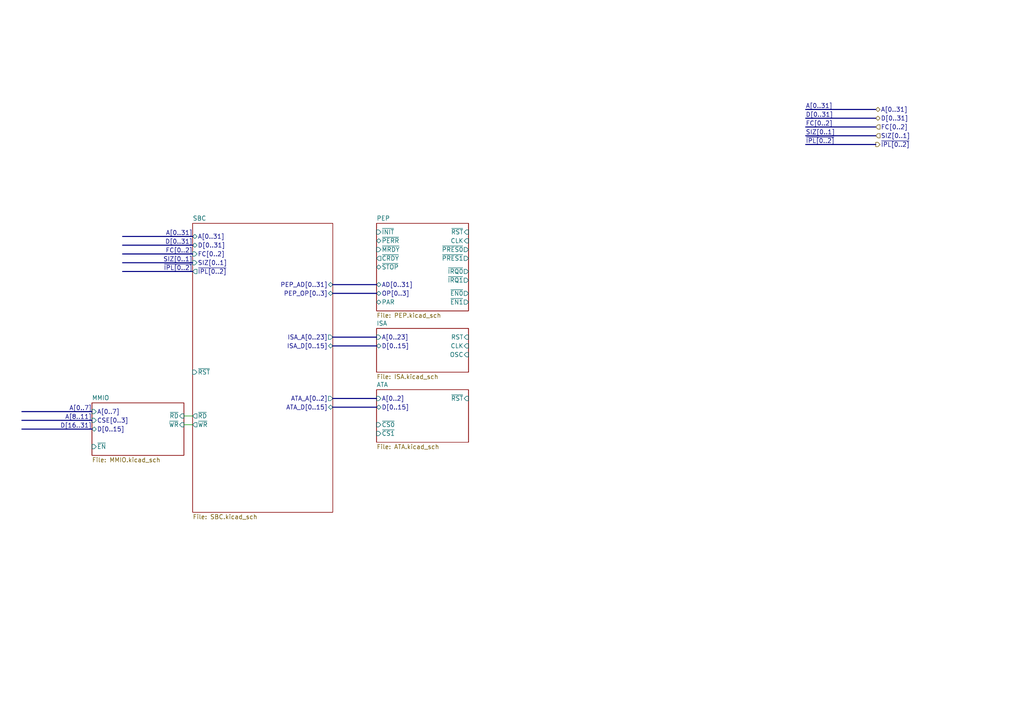
<source format=kicad_sch>
(kicad_sch (version 20230121) (generator eeschema)
  (paper "A4")
  (lib_symbols)
  (bus (pts (xy 96.52 85.09) (xy 109.22 85.09)))
  (bus (pts (xy 96.52 82.55) (xy 109.22 82.55)))
  (bus (pts (xy 233.68 39.37) (xy 254 39.37)))
  (bus (pts (xy 96.52 100.33) (xy 109.22 100.33)))
  (bus (pts (xy 96.52 118.11) (xy 109.22 118.11)))
  (bus (pts (xy 55.88 73.66) (xy 35.56 73.66)))
  (bus (pts (xy 55.88 71.12) (xy 35.56 71.12)))
  (wire (pts (xy 53.34 123.19) (xy 55.88 123.19)))
  (bus (pts (xy 233.68 41.91) (xy 254 41.91)))
  (bus (pts (xy 96.52 97.79) (xy 109.22 97.79)))
  (bus (pts (xy 26.67 119.38) (xy 6.35 119.38)))
  (bus (pts (xy 26.67 124.46) (xy 6.35 124.46)))
  (bus (pts (xy 233.68 34.29) (xy 254 34.29)))
  (bus (pts (xy 233.68 31.75) (xy 254 31.75)))
  (wire (pts (xy 53.34 120.65) (xy 55.88 120.65)))
  (bus (pts (xy 55.88 68.58) (xy 35.56 68.58)))
  (bus (pts (xy 26.67 121.92) (xy 6.35 121.92)))
  (bus (pts (xy 96.52 115.57) (xy 109.22 115.57)))
  (bus (pts (xy 55.88 76.2) (xy 35.56 76.2)))
  (bus (pts (xy 233.68 36.83) (xy 254 36.83)))
  (bus (pts (xy 55.88 78.74) (xy 35.56 78.74)))
  (label "SIZ[0..1]" (at 233.68 39.37 0))
  (label "A[8..11]" (at 26.67 121.92 180))
  (label "~{IPL[0..2]}" (at 55.88 78.74 180))
  (label "D[0..31]" (at 55.88 71.12 180))
  (label "FC[0..2]" (at 233.68 36.83 0))
  (label "SIZ[0..1]" (at 55.88 76.2 180))
  (label "FC[0..2]" (at 55.88 73.66 180))
  (label "~{IPL[0..2]}" (at 233.68 41.91 0))
  (label "D[16..31]" (at 26.67 124.46 180))
  (label "A[0..31]" (at 233.68 31.75 0))
  (label "A[0..31]" (at 55.88 68.58 180))
  (label "D[0..31]" (at 233.68 34.29 0))
  (label "A[0..7]" (at 26.67 119.38 180))
  (hierarchical_label "~{IPL[0..2]}" (shape output) (at 254 41.91 0))
  (hierarchical_label "A[0..31]" (shape bidirectional) (at 254 31.75 0))
  (hierarchical_label "D[0..31]" (shape bidirectional) (at 254 34.29 0))
  (hierarchical_label "FC[0..2]" (shape input) (at 254 36.83 0))
  (hierarchical_label "SIZ[0..1]" (shape input) (at 254 39.37 0))
  (sheet (at 109.22 113.03) (size 26.67 15.24) (stroke (width 0.1524))
    (property "Sheetname" "ATA" (at 109.22 112.3184 0) (effects (justify left bottom)))
    (property "Sheetfile" "ATA.kicad_sch" (at 109.22 128.8546 0) (effects (justify left top)))
    (pin "~{RST}" input (at 135.89 115.57 0))
    (pin "D[0..15]" bidirectional (at 109.22 118.11 180))
    (pin "A[0..2]" input (at 109.22 115.57 180))
    (pin "~{CS1}" input (at 109.22 125.73 180))
    (pin "~{CS0}" input (at 109.22 123.19 180))
  )
  (sheet (at 109.22 95.25) (size 26.67 12.7) (stroke (width 0.1524))
    (property "Sheetname" "ISA" (at 109.22 94.5384 0) (effects (justify left bottom)))
    (property "Sheetfile" "ISA.kicad_sch" (at 109.22 108.5346 0) (effects (justify left top)))
    (pin "D[0..15]" bidirectional (at 109.22 100.33 180))
    (pin "A[0..23]" input (at 109.22 97.79 180))
    (pin "OSC" input (at 135.89 102.87 0))
    (pin "CLK" input (at 135.89 100.33 0))
    (pin "RST" input (at 135.89 97.79 0))
  )
  (sheet (at 55.88 64.77) (size 40.64 83.82) (stroke (width 0.1524))
    (property "Sheetname" "SBC" (at 55.88 64.0584 0) (effects (justify left bottom)))
    (property "Sheetfile" "SBC.kicad_sch" (at 55.88 149.1746 0) (effects (justify left top)))
    (pin "PEP_OP[0..3]" bidirectional (at 96.52 85.09 0))
    (pin "ISA_D[0..15]" bidirectional (at 96.52 100.33 0))
    (pin "PEP_AD[0..31]" bidirectional (at 96.52 82.55 0))
    (pin "ATA_D[0..15]" bidirectional (at 96.52 118.11 0))
    (pin "D[0..31]" bidirectional (at 55.88 71.12 180))
    (pin "~{IPL[0..2]}" output (at 55.88 78.74 180))
    (pin "A[0..31]" bidirectional (at 55.88 68.58 180))
    (pin "FC[0..2]" input (at 55.88 73.66 180))
    (pin "SIZ[0..1]" input (at 55.88 76.2 180))
    (pin "ISA_A[0..23]" output (at 96.52 97.79 0))
    (pin "ATA_A[0..2]" output (at 96.52 115.57 0))
    (pin "~{RST}" input (at 55.88 107.95 180))
    (pin "~{RD}" output (at 55.88 120.65 180))
    (pin "~{WR}" output (at 55.88 123.19 180))
  )
  (sheet (at 26.67 116.84) (size 26.67 15.24) (stroke (width 0.1524))
    (property "Sheetname" "MMIO" (at 26.67 116.1284 0) (effects (justify left bottom)))
    (property "Sheetfile" "MMIO.kicad_sch" (at 26.67 132.6646 0) (effects (justify left top)))
    (pin "~{EN}" input (at 26.67 129.54 180))
    (pin "CSE[0..3]" input (at 26.67 121.92 180))
    (pin "A[0..7]" input (at 26.67 119.38 180))
    (pin "D[0..15]" bidirectional (at 26.67 124.46 180))
    (pin "~{RD}" input (at 53.34 120.65 0))
    (pin "~{WR}" input (at 53.34 123.19 0))
  )
  (sheet (at 109.22 64.77) (size 26.67 25.4) (stroke (width 0.1524))
    (property "Sheetname" "PEP" (at 109.22 64.0584 0) (effects (justify left bottom)))
    (property "Sheetfile" "PEP.kicad_sch" (at 109.22 90.7546 0) (effects (justify left top)))
    (pin "CLK" input (at 135.89 69.85 0))
    (pin "~{PERR}" bidirectional (at 109.22 69.85 180))
    (pin "~{MRDY}" input (at 109.22 72.39 180))
    (pin "~{STOP}" bidirectional (at 109.22 77.47 180))
    (pin "~{CRDY}" output (at 109.22 74.93 180))
    (pin "~{INIT}" input (at 109.22 67.31 180))
    (pin "~{RST}" input (at 135.89 67.31 0))
    (pin "PAR" bidirectional (at 109.22 87.63 180))
    (pin "AD[0..31]" bidirectional (at 109.22 82.55 180))
    (pin "OP[0..3]" bidirectional (at 109.22 85.09 180))
    (pin "~{IRQ1}" output (at 135.89 81.28 0))
    (pin "~{IRQ0}" output (at 135.89 78.74 0))
    (pin "~{EN0}" output (at 135.89 85.09 0))
    (pin "~{EN1}" output (at 135.89 87.63 0))
    (pin "~{PRES0}" output (at 135.89 72.39 0))
    (pin "~{PRES1}" output (at 135.89 74.93 0))
  )
)
</source>
